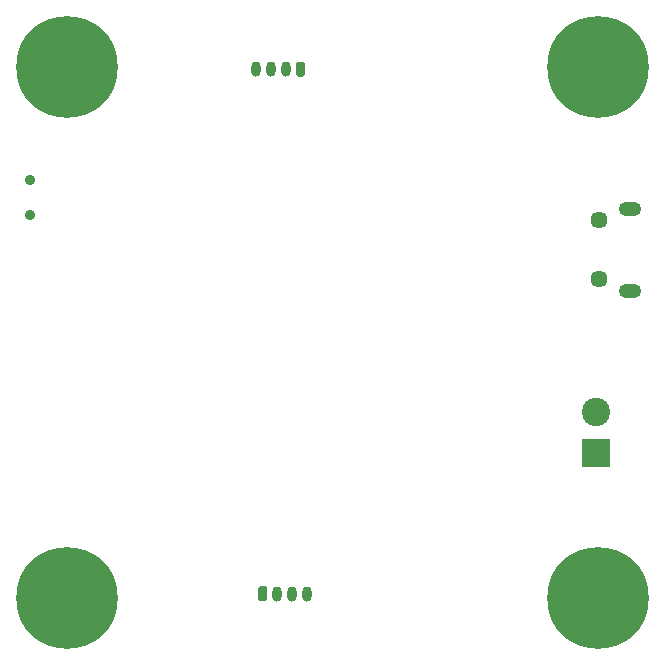
<source format=gbr>
%TF.GenerationSoftware,KiCad,Pcbnew,(5.1.8)-1*%
%TF.CreationDate,2021-01-09T13:57:28-05:00*%
%TF.ProjectId,STM32+USB+BUCK,53544d33-322b-4555-9342-2b4255434b2e,rev?*%
%TF.SameCoordinates,Original*%
%TF.FileFunction,Soldermask,Bot*%
%TF.FilePolarity,Negative*%
%FSLAX46Y46*%
G04 Gerber Fmt 4.6, Leading zero omitted, Abs format (unit mm)*
G04 Created by KiCad (PCBNEW (5.1.8)-1) date 2021-01-09 13:57:28*
%MOMM*%
%LPD*%
G01*
G04 APERTURE LIST*
%ADD10O,1.900000X1.200000*%
%ADD11C,1.450000*%
%ADD12C,8.600000*%
%ADD13R,2.400000X2.400000*%
%ADD14C,2.400000*%
%ADD15O,0.800000X1.300000*%
%ADD16C,0.900000*%
G04 APERTURE END LIST*
D10*
%TO.C,J1*%
X162737500Y-92000000D03*
X162737500Y-99000000D03*
D11*
X160037500Y-93000000D03*
X160037500Y-98000000D03*
%TD*%
D12*
%TO.C,H1*%
X160000000Y-80000000D03*
%TD*%
%TO.C,H2*%
X115000000Y-125000000D03*
%TD*%
%TO.C,H3*%
X160000000Y-125000000D03*
%TD*%
%TO.C,H4*%
X115000000Y-80000000D03*
%TD*%
D13*
%TO.C,J2*%
X159800000Y-112700000D03*
D14*
X159800000Y-109200000D03*
%TD*%
%TO.C,J3*%
G36*
G01*
X135200000Y-79750000D02*
X135200000Y-80650000D01*
G75*
G02*
X135000000Y-80850000I-200000J0D01*
G01*
X134600000Y-80850000D01*
G75*
G02*
X134400000Y-80650000I0J200000D01*
G01*
X134400000Y-79750000D01*
G75*
G02*
X134600000Y-79550000I200000J0D01*
G01*
X135000000Y-79550000D01*
G75*
G02*
X135200000Y-79750000I0J-200000D01*
G01*
G37*
D15*
X133550000Y-80200000D03*
X132300000Y-80200000D03*
X131050000Y-80200000D03*
%TD*%
%TO.C,J5*%
X135350000Y-124600000D03*
X134100000Y-124600000D03*
X132850000Y-124600000D03*
G36*
G01*
X131200000Y-125050000D02*
X131200000Y-124150000D01*
G75*
G02*
X131400000Y-123950000I200000J0D01*
G01*
X131800000Y-123950000D01*
G75*
G02*
X132000000Y-124150000I0J-200000D01*
G01*
X132000000Y-125050000D01*
G75*
G02*
X131800000Y-125250000I-200000J0D01*
G01*
X131400000Y-125250000D01*
G75*
G02*
X131200000Y-125050000I0J200000D01*
G01*
G37*
%TD*%
D16*
%TO.C,SW1*%
X111920000Y-89550000D03*
X111920000Y-92550000D03*
%TD*%
M02*

</source>
